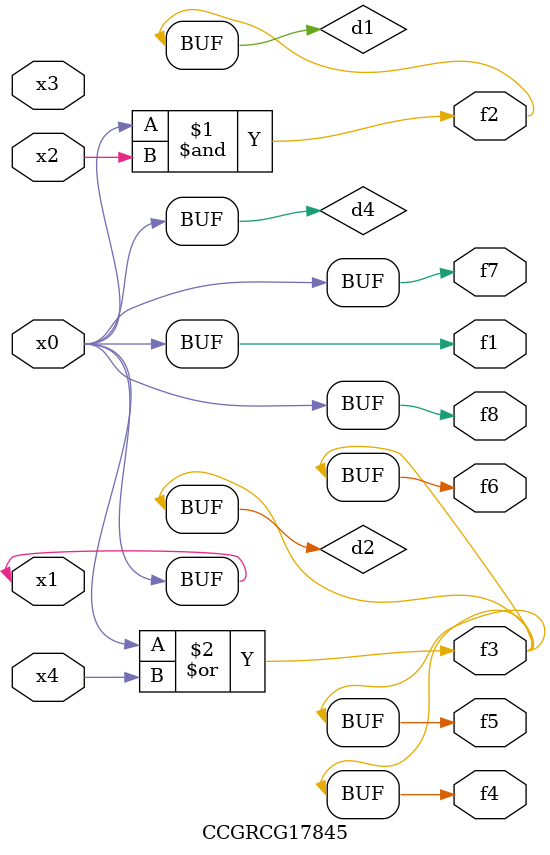
<source format=v>
module CCGRCG17845(
	input x0, x1, x2, x3, x4,
	output f1, f2, f3, f4, f5, f6, f7, f8
);

	wire d1, d2, d3, d4;

	and (d1, x0, x2);
	or (d2, x0, x4);
	nand (d3, x0, x2);
	buf (d4, x0, x1);
	assign f1 = d4;
	assign f2 = d1;
	assign f3 = d2;
	assign f4 = d2;
	assign f5 = d2;
	assign f6 = d2;
	assign f7 = d4;
	assign f8 = d4;
endmodule

</source>
